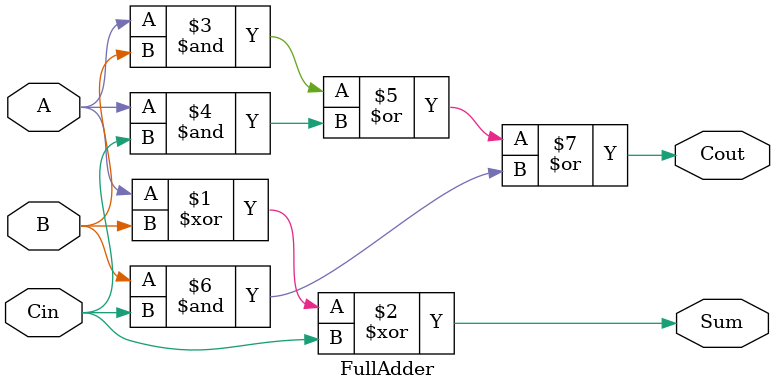
<source format=v>
module FullAdder (
    input  A, 
    input  B, 
    input  Cin, 
    output Sum, 
    output Cout
);
    assign Sum  = A ^ B ^ Cin;
    assign Cout = (A & B) | (A & Cin) | (B & Cin);
	 
endmodule

</source>
